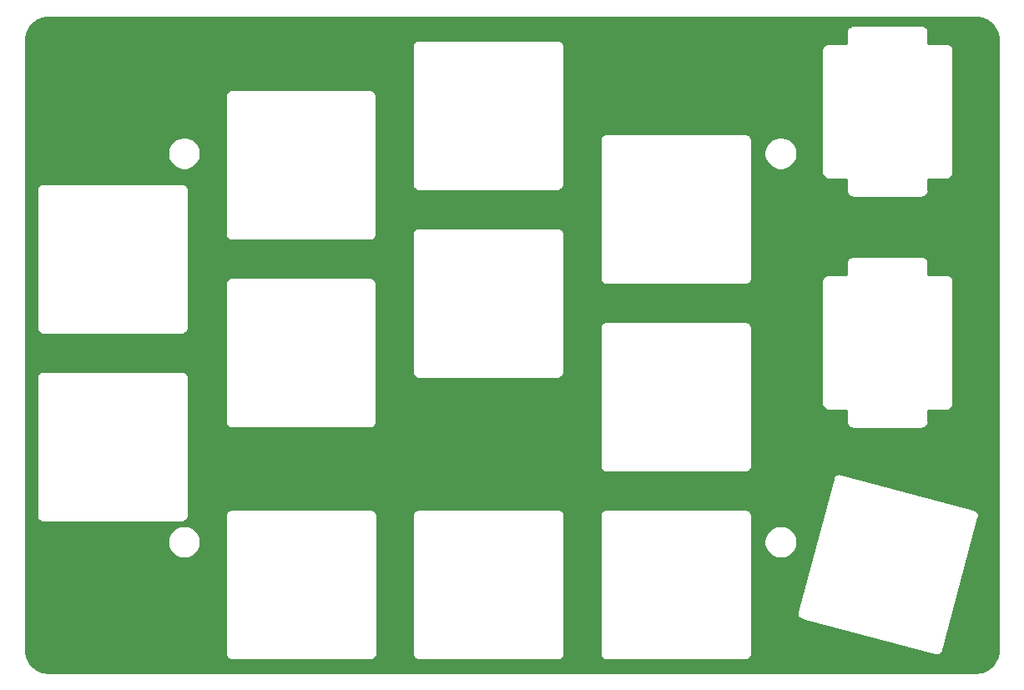
<source format=gbl>
G04 #@! TF.GenerationSoftware,KiCad,Pcbnew,(5.1.4-0-10_14)*
G04 #@! TF.CreationDate,2020-03-30T03:02:05+09:00*
G04 #@! TF.ProjectId,palette1202-front,70616c65-7474-4653-9132-30322d66726f,rev?*
G04 #@! TF.SameCoordinates,Original*
G04 #@! TF.FileFunction,Copper,L2,Bot*
G04 #@! TF.FilePolarity,Positive*
%FSLAX46Y46*%
G04 Gerber Fmt 4.6, Leading zero omitted, Abs format (unit mm)*
G04 Created by KiCad (PCBNEW (5.1.4-0-10_14)) date 2020-03-30 03:02:05*
%MOMM*%
%LPD*%
G04 APERTURE LIST*
%ADD10C,0.254000*%
G04 APERTURE END LIST*
D10*
G36*
X183457128Y-57225268D02*
G01*
X183576153Y-57234320D01*
X183693185Y-57249192D01*
X183808223Y-57269736D01*
X183921142Y-57295800D01*
X184031854Y-57327240D01*
X184140272Y-57363927D01*
X184246253Y-57405716D01*
X184349665Y-57452470D01*
X184450401Y-57504068D01*
X184548286Y-57560353D01*
X184643181Y-57621191D01*
X184734941Y-57686447D01*
X184823371Y-57755942D01*
X184908358Y-57829563D01*
X184989704Y-57907123D01*
X185067270Y-57988484D01*
X185140864Y-58073446D01*
X185210385Y-58161917D01*
X185275631Y-58253674D01*
X185336469Y-58348577D01*
X185392745Y-58446455D01*
X185444346Y-58547210D01*
X185491098Y-58650626D01*
X185532888Y-58756619D01*
X185569577Y-58865056D01*
X185601013Y-58975763D01*
X185627079Y-59088707D01*
X185647621Y-59203742D01*
X185662495Y-59320802D01*
X185671546Y-59439828D01*
X185673994Y-59536655D01*
X185671621Y-59560752D01*
X185674814Y-59593171D01*
X185674815Y-121288489D01*
X185671621Y-121320919D01*
X185673994Y-121345016D01*
X185671546Y-121441842D01*
X185662495Y-121560867D01*
X185647621Y-121677932D01*
X185627079Y-121792964D01*
X185601013Y-121905908D01*
X185569574Y-122016626D01*
X185532893Y-122125038D01*
X185491100Y-122231038D01*
X185444344Y-122334466D01*
X185392748Y-122435211D01*
X185336469Y-122533094D01*
X185275631Y-122627996D01*
X185210385Y-122719753D01*
X185140864Y-122808224D01*
X185067270Y-122893186D01*
X184989704Y-122974547D01*
X184908362Y-123052102D01*
X184823379Y-123125721D01*
X184734941Y-123195222D01*
X184643181Y-123260478D01*
X184548286Y-123321316D01*
X184450401Y-123377601D01*
X184349665Y-123429199D01*
X184246253Y-123475953D01*
X184140274Y-123517741D01*
X184031850Y-123554429D01*
X183921142Y-123585868D01*
X183808223Y-123611932D01*
X183693185Y-123632476D01*
X183576153Y-123647348D01*
X183457128Y-123656400D01*
X183327897Y-123659668D01*
X89343760Y-123659668D01*
X89214528Y-123656400D01*
X89095505Y-123647348D01*
X88978457Y-123632474D01*
X88863452Y-123611935D01*
X88750509Y-123585867D01*
X88639795Y-123554426D01*
X88531393Y-123517745D01*
X88425406Y-123475954D01*
X88321993Y-123429199D01*
X88221255Y-123377602D01*
X88123358Y-123321309D01*
X88028478Y-123260479D01*
X87936725Y-123195230D01*
X87848269Y-123125714D01*
X87763298Y-123052106D01*
X87681941Y-122974536D01*
X87604388Y-122893189D01*
X87530790Y-122808221D01*
X87461279Y-122719764D01*
X87396033Y-122628008D01*
X87335189Y-122533096D01*
X87278907Y-122435207D01*
X87227313Y-122334468D01*
X87180556Y-122231038D01*
X87138764Y-122125040D01*
X87102081Y-122016621D01*
X87070645Y-121905914D01*
X87044579Y-121792973D01*
X87024034Y-121677919D01*
X87009161Y-121560870D01*
X87000111Y-121441854D01*
X86997663Y-121345016D01*
X87000036Y-121320919D01*
X86996843Y-121288500D01*
X86996843Y-110263842D01*
X101388200Y-110263842D01*
X101388200Y-110595758D01*
X101452954Y-110921296D01*
X101579972Y-111227947D01*
X101764375Y-111503925D01*
X101999075Y-111738625D01*
X102275053Y-111923028D01*
X102581704Y-112050046D01*
X102907242Y-112114800D01*
X103239158Y-112114800D01*
X103564696Y-112050046D01*
X103871347Y-111923028D01*
X104147325Y-111738625D01*
X104382025Y-111503925D01*
X104566428Y-111227947D01*
X104693446Y-110921296D01*
X104758200Y-110595758D01*
X104758200Y-110263842D01*
X104693446Y-109938304D01*
X104566428Y-109631653D01*
X104382025Y-109355675D01*
X104147325Y-109120975D01*
X103871347Y-108936572D01*
X103564696Y-108809554D01*
X103239158Y-108744800D01*
X102907242Y-108744800D01*
X102581704Y-108809554D01*
X102275053Y-108936572D01*
X101999075Y-109120975D01*
X101764375Y-109355675D01*
X101579972Y-109631653D01*
X101452954Y-109938304D01*
X101388200Y-110263842D01*
X86996843Y-110263842D01*
X86996843Y-93753570D01*
X88086660Y-93753570D01*
X88089854Y-93785999D01*
X88089853Y-107723555D01*
X88086660Y-107755974D01*
X88099403Y-107885357D01*
X88137143Y-108009767D01*
X88198428Y-108124424D01*
X88227355Y-108159671D01*
X88280905Y-108224922D01*
X88381403Y-108307399D01*
X88496060Y-108368684D01*
X88620470Y-108406424D01*
X88749853Y-108419167D01*
X88782272Y-108415974D01*
X102817913Y-108415974D01*
X102850332Y-108419167D01*
X102882751Y-108415974D01*
X102883107Y-108415939D01*
X102979715Y-108406424D01*
X103104125Y-108368684D01*
X103218782Y-108307399D01*
X103319280Y-108224922D01*
X103401757Y-108124424D01*
X103463042Y-108009767D01*
X103500782Y-107885357D01*
X103510332Y-107788393D01*
X103510332Y-107788392D01*
X103513524Y-107755977D01*
X107263570Y-107755977D01*
X107266764Y-107788406D01*
X107266763Y-121725962D01*
X107263570Y-121758381D01*
X107276313Y-121887764D01*
X107314053Y-122012174D01*
X107375338Y-122126831D01*
X107428283Y-122191344D01*
X107457815Y-122227329D01*
X107558313Y-122309806D01*
X107672970Y-122371091D01*
X107797380Y-122408831D01*
X107926763Y-122421574D01*
X107959182Y-122418381D01*
X121941890Y-122418381D01*
X121974309Y-122421574D01*
X122006728Y-122418381D01*
X122016557Y-122417413D01*
X122103692Y-122408831D01*
X122228102Y-122371091D01*
X122342759Y-122309806D01*
X122443257Y-122227329D01*
X122525734Y-122126831D01*
X122587019Y-122012174D01*
X122624759Y-121887764D01*
X122627603Y-121858887D01*
X122637502Y-121758381D01*
X122634309Y-121725962D01*
X122634309Y-107788392D01*
X122637502Y-107755977D01*
X126235891Y-107755977D01*
X126239085Y-107788406D01*
X126239084Y-121725962D01*
X126235891Y-121758381D01*
X126248634Y-121887764D01*
X126286374Y-122012174D01*
X126347659Y-122126831D01*
X126400604Y-122191344D01*
X126430136Y-122227329D01*
X126530634Y-122309806D01*
X126645291Y-122371091D01*
X126769701Y-122408831D01*
X126899084Y-122421574D01*
X126931503Y-122418381D01*
X140967159Y-122418381D01*
X140999578Y-122421574D01*
X141031997Y-122418381D01*
X141041826Y-122417413D01*
X141128961Y-122408831D01*
X141253371Y-122371091D01*
X141368028Y-122309806D01*
X141468526Y-122227329D01*
X141551003Y-122126831D01*
X141612288Y-122012174D01*
X141650028Y-121887764D01*
X141652872Y-121858887D01*
X141662771Y-121758381D01*
X141659578Y-121725962D01*
X141659578Y-107788392D01*
X141662771Y-107755977D01*
X145236409Y-107755977D01*
X145239603Y-107788406D01*
X145239602Y-121725962D01*
X145236409Y-121758381D01*
X145249152Y-121887764D01*
X145286892Y-122012174D01*
X145348177Y-122126831D01*
X145401122Y-122191344D01*
X145430654Y-122227329D01*
X145531152Y-122309806D01*
X145645809Y-122371091D01*
X145770219Y-122408831D01*
X145899602Y-122421574D01*
X145932021Y-122418381D01*
X159967678Y-122418381D01*
X160000097Y-122421574D01*
X160032516Y-122418381D01*
X160042345Y-122417413D01*
X160129480Y-122408831D01*
X160253890Y-122371091D01*
X160368547Y-122309806D01*
X160469045Y-122227329D01*
X160551522Y-122126831D01*
X160612807Y-122012174D01*
X160650547Y-121887764D01*
X160653391Y-121858887D01*
X160663290Y-121758381D01*
X160660097Y-121725962D01*
X160660097Y-117657123D01*
X165218404Y-117657123D01*
X165222658Y-117700316D01*
X165224077Y-117743677D01*
X165224080Y-117743689D01*
X165224080Y-117743695D01*
X165229015Y-117764859D01*
X165231147Y-117786506D01*
X165243746Y-117828039D01*
X165253597Y-117870290D01*
X165253601Y-117870299D01*
X165253603Y-117870307D01*
X165262574Y-117890107D01*
X165268887Y-117910916D01*
X165289346Y-117949192D01*
X165307251Y-117988711D01*
X165307257Y-117988719D01*
X165307260Y-117988726D01*
X165319920Y-118006393D01*
X165330172Y-118025573D01*
X165357709Y-118059127D01*
X165382977Y-118094389D01*
X165382980Y-118094392D01*
X165382988Y-118094403D01*
X165398857Y-118109265D01*
X165412649Y-118126071D01*
X165446202Y-118153607D01*
X165477864Y-118183263D01*
X165477871Y-118183267D01*
X165477878Y-118183274D01*
X165496337Y-118194752D01*
X165513147Y-118208548D01*
X165551424Y-118229008D01*
X165588266Y-118251918D01*
X165588274Y-118251921D01*
X165588282Y-118251926D01*
X165608628Y-118259584D01*
X165627804Y-118269833D01*
X165669337Y-118282432D01*
X165679454Y-118286240D01*
X165679461Y-118286242D01*
X165709959Y-118297720D01*
X165731404Y-118301260D01*
X165752214Y-118307573D01*
X165763047Y-118308640D01*
X179204056Y-121910349D01*
X179234555Y-121921828D01*
X179256002Y-121925369D01*
X179276811Y-121931681D01*
X179320006Y-121935935D01*
X179362810Y-121943003D01*
X179362819Y-121943003D01*
X179362827Y-121943004D01*
X179412972Y-121941362D01*
X179416961Y-121941231D01*
X179438613Y-121941231D01*
X179449386Y-121940170D01*
X179492749Y-121938751D01*
X179492761Y-121938748D01*
X179492765Y-121938748D01*
X179513929Y-121933813D01*
X179535577Y-121931681D01*
X179577109Y-121919082D01*
X179619361Y-121909231D01*
X179619368Y-121909228D01*
X179619376Y-121909226D01*
X179639179Y-121900253D01*
X179659987Y-121893941D01*
X179698263Y-121873482D01*
X179737782Y-121855577D01*
X179737788Y-121855572D01*
X179737796Y-121855569D01*
X179755465Y-121842908D01*
X179774644Y-121832656D01*
X179808193Y-121805123D01*
X179843461Y-121779851D01*
X179843468Y-121779844D01*
X179843473Y-121779840D01*
X179858333Y-121763974D01*
X179875142Y-121750179D01*
X179902676Y-121716629D01*
X179932334Y-121684964D01*
X179932338Y-121684957D01*
X179932344Y-121684951D01*
X179943822Y-121666493D01*
X179957619Y-121649681D01*
X179978079Y-121611404D01*
X180000989Y-121574562D01*
X180000993Y-121574553D01*
X180000996Y-121574547D01*
X180008653Y-121554202D01*
X180018904Y-121535024D01*
X180031500Y-121493501D01*
X180046787Y-121452887D01*
X180050330Y-121431428D01*
X180056644Y-121410614D01*
X180057712Y-121399774D01*
X183659247Y-107958074D01*
X183670719Y-107927594D01*
X183674262Y-107906136D01*
X183680576Y-107885322D01*
X183684829Y-107842138D01*
X183691899Y-107799321D01*
X183691542Y-107788393D01*
X183691187Y-107777582D01*
X183693319Y-107755939D01*
X183689066Y-107712752D01*
X183687646Y-107669383D01*
X183682708Y-107648204D01*
X183680576Y-107626556D01*
X183667979Y-107585030D01*
X183658126Y-107542770D01*
X183658122Y-107542761D01*
X183658121Y-107542757D01*
X183649149Y-107522955D01*
X183642836Y-107502146D01*
X183622381Y-107463878D01*
X183604472Y-107424350D01*
X183591804Y-107406672D01*
X183581551Y-107387489D01*
X183554023Y-107353946D01*
X183528746Y-107318671D01*
X183512869Y-107303801D01*
X183499074Y-107286991D01*
X183465533Y-107259464D01*
X183433859Y-107229798D01*
X183415389Y-107218312D01*
X183398576Y-107204514D01*
X183360310Y-107184061D01*
X183323457Y-107161143D01*
X183323443Y-107161138D01*
X183323442Y-107161137D01*
X183311701Y-107156718D01*
X183303097Y-107153480D01*
X183283919Y-107143229D01*
X183242399Y-107130634D01*
X183232269Y-107126821D01*
X183232247Y-107126815D01*
X183201765Y-107115343D01*
X183180324Y-107111803D01*
X183159509Y-107105489D01*
X183148681Y-107104423D01*
X169707636Y-103502725D01*
X169677136Y-103491246D01*
X169606574Y-103479597D01*
X169548880Y-103470071D01*
X169548871Y-103470071D01*
X169548863Y-103470070D01*
X169480706Y-103472302D01*
X169418943Y-103474324D01*
X169418936Y-103474326D01*
X169418925Y-103474326D01*
X169353226Y-103489646D01*
X169292330Y-103503843D01*
X169292321Y-103503847D01*
X169292313Y-103503849D01*
X169222942Y-103535282D01*
X169173909Y-103557498D01*
X169173904Y-103557501D01*
X169173894Y-103557506D01*
X169095744Y-103613508D01*
X169068231Y-103633223D01*
X169068228Y-103633226D01*
X169068217Y-103633234D01*
X168979346Y-103728124D01*
X168910694Y-103838528D01*
X168883205Y-103911570D01*
X168864905Y-103960188D01*
X168859597Y-103992337D01*
X165252476Y-117454991D01*
X165241005Y-117485468D01*
X165237463Y-117506919D01*
X165231147Y-117527740D01*
X165226892Y-117570938D01*
X165219825Y-117613740D01*
X165219825Y-117613750D01*
X165219824Y-117613758D01*
X165220536Y-117635481D01*
X165218404Y-117657123D01*
X160660097Y-117657123D01*
X160660097Y-110263842D01*
X161907000Y-110263842D01*
X161907000Y-110595758D01*
X161971754Y-110921296D01*
X162098772Y-111227947D01*
X162283175Y-111503925D01*
X162517875Y-111738625D01*
X162793853Y-111923028D01*
X163100504Y-112050046D01*
X163426042Y-112114800D01*
X163757958Y-112114800D01*
X164083496Y-112050046D01*
X164390147Y-111923028D01*
X164666125Y-111738625D01*
X164900825Y-111503925D01*
X165085228Y-111227947D01*
X165212246Y-110921296D01*
X165277000Y-110595758D01*
X165277000Y-110263842D01*
X165212246Y-109938304D01*
X165085228Y-109631653D01*
X164900825Y-109355675D01*
X164666125Y-109120975D01*
X164390147Y-108936572D01*
X164083496Y-108809554D01*
X163757958Y-108744800D01*
X163426042Y-108744800D01*
X163100504Y-108809554D01*
X162793853Y-108936572D01*
X162517875Y-109120975D01*
X162283175Y-109355675D01*
X162098772Y-109631653D01*
X161971754Y-109938304D01*
X161907000Y-110263842D01*
X160660097Y-110263842D01*
X160660097Y-107788392D01*
X160663290Y-107755977D01*
X160650547Y-107626594D01*
X160612807Y-107502184D01*
X160551522Y-107387527D01*
X160469045Y-107287029D01*
X160368547Y-107204552D01*
X160253890Y-107143267D01*
X160129480Y-107105527D01*
X160032516Y-107095977D01*
X160000097Y-107092784D01*
X159967678Y-107095977D01*
X145932021Y-107095977D01*
X145899602Y-107092784D01*
X145867183Y-107095977D01*
X145770219Y-107105527D01*
X145645809Y-107143267D01*
X145531152Y-107204552D01*
X145430654Y-107287029D01*
X145348177Y-107387527D01*
X145286892Y-107502184D01*
X145249152Y-107626594D01*
X145236409Y-107755977D01*
X141662771Y-107755977D01*
X141650028Y-107626594D01*
X141612288Y-107502184D01*
X141551003Y-107387527D01*
X141468526Y-107287029D01*
X141368028Y-107204552D01*
X141253371Y-107143267D01*
X141128961Y-107105527D01*
X141031997Y-107095977D01*
X140999578Y-107092784D01*
X140967159Y-107095977D01*
X126931503Y-107095977D01*
X126899084Y-107092784D01*
X126866665Y-107095977D01*
X126769701Y-107105527D01*
X126645291Y-107143267D01*
X126530634Y-107204552D01*
X126430136Y-107287029D01*
X126347659Y-107387527D01*
X126286374Y-107502184D01*
X126248634Y-107626594D01*
X126235891Y-107755977D01*
X122637502Y-107755977D01*
X122624759Y-107626594D01*
X122587019Y-107502184D01*
X122525734Y-107387527D01*
X122443257Y-107287029D01*
X122342759Y-107204552D01*
X122228102Y-107143267D01*
X122103692Y-107105527D01*
X122006728Y-107095977D01*
X121974309Y-107092784D01*
X121941890Y-107095977D01*
X107959182Y-107095977D01*
X107926763Y-107092784D01*
X107894344Y-107095977D01*
X107797380Y-107105527D01*
X107672970Y-107143267D01*
X107558313Y-107204552D01*
X107457815Y-107287029D01*
X107375338Y-107387527D01*
X107314053Y-107502184D01*
X107276313Y-107626594D01*
X107263570Y-107755977D01*
X103513524Y-107755977D01*
X103513525Y-107755974D01*
X103510332Y-107723555D01*
X103510332Y-93785989D01*
X103513525Y-93753570D01*
X103500782Y-93624187D01*
X103463042Y-93499777D01*
X103401757Y-93385120D01*
X103319280Y-93284622D01*
X103218782Y-93202145D01*
X103104125Y-93140860D01*
X102979715Y-93103120D01*
X102882751Y-93093570D01*
X102850332Y-93090377D01*
X102817913Y-93093570D01*
X88782272Y-93093570D01*
X88749853Y-93090377D01*
X88717434Y-93093570D01*
X88620470Y-93103120D01*
X88496060Y-93140860D01*
X88381403Y-93202145D01*
X88280905Y-93284622D01*
X88198428Y-93385120D01*
X88137143Y-93499777D01*
X88099403Y-93624187D01*
X88086660Y-93753570D01*
X86996843Y-93753570D01*
X86996843Y-74702682D01*
X88086660Y-74702682D01*
X88089854Y-74735111D01*
X88089853Y-88672667D01*
X88086660Y-88705086D01*
X88099403Y-88834469D01*
X88137143Y-88958879D01*
X88198428Y-89073536D01*
X88280905Y-89174034D01*
X88381403Y-89256511D01*
X88496060Y-89317796D01*
X88620470Y-89355536D01*
X88749853Y-89368279D01*
X88782272Y-89365086D01*
X102817913Y-89365086D01*
X102850332Y-89368279D01*
X102882751Y-89365086D01*
X102979715Y-89355536D01*
X103104125Y-89317796D01*
X103218782Y-89256511D01*
X103319280Y-89174034D01*
X103401757Y-89073536D01*
X103463042Y-88958879D01*
X103500782Y-88834469D01*
X103513525Y-88705086D01*
X103510332Y-88672667D01*
X103510332Y-84228124D01*
X107214162Y-84228124D01*
X107217356Y-84260553D01*
X107217355Y-98198107D01*
X107214162Y-98230526D01*
X107226905Y-98359909D01*
X107264645Y-98484319D01*
X107325930Y-98598976D01*
X107346201Y-98623676D01*
X107408407Y-98699474D01*
X107508905Y-98781951D01*
X107623562Y-98843236D01*
X107747972Y-98880976D01*
X107877355Y-98893719D01*
X107909774Y-98890526D01*
X121892513Y-98890526D01*
X121924932Y-98893719D01*
X121957351Y-98890526D01*
X122054315Y-98880976D01*
X122178725Y-98843236D01*
X122293382Y-98781951D01*
X122393880Y-98699474D01*
X122476357Y-98598976D01*
X122537642Y-98484319D01*
X122575382Y-98359909D01*
X122588125Y-98230526D01*
X122584932Y-98198107D01*
X122584932Y-84260543D01*
X122588125Y-84228124D01*
X122575382Y-84098741D01*
X122537642Y-83974331D01*
X122476357Y-83859674D01*
X122393880Y-83759176D01*
X122293382Y-83676699D01*
X122178725Y-83615414D01*
X122054315Y-83577674D01*
X121957351Y-83568124D01*
X121924932Y-83564931D01*
X121892513Y-83568124D01*
X107909774Y-83568124D01*
X107877355Y-83564931D01*
X107844936Y-83568124D01*
X107747972Y-83577674D01*
X107623562Y-83615414D01*
X107508905Y-83676699D01*
X107408407Y-83759176D01*
X107325930Y-83859674D01*
X107264645Y-83974331D01*
X107226905Y-84098741D01*
X107214162Y-84228124D01*
X103510332Y-84228124D01*
X103510332Y-74735101D01*
X103513525Y-74702682D01*
X103500782Y-74573299D01*
X103463042Y-74448889D01*
X103401757Y-74334232D01*
X103319280Y-74233734D01*
X103218782Y-74151257D01*
X103104125Y-74089972D01*
X102979715Y-74052232D01*
X102882751Y-74042682D01*
X102850332Y-74039489D01*
X102817913Y-74042682D01*
X88782272Y-74042682D01*
X88749853Y-74039489D01*
X88717434Y-74042682D01*
X88620470Y-74052232D01*
X88496060Y-74089972D01*
X88381403Y-74151257D01*
X88280905Y-74233734D01*
X88198428Y-74334232D01*
X88137143Y-74448889D01*
X88099403Y-74573299D01*
X88086660Y-74702682D01*
X86996843Y-74702682D01*
X86996843Y-70827042D01*
X101388200Y-70827042D01*
X101388200Y-71158958D01*
X101452954Y-71484496D01*
X101579972Y-71791147D01*
X101764375Y-72067125D01*
X101999075Y-72301825D01*
X102275053Y-72486228D01*
X102581704Y-72613246D01*
X102907242Y-72678000D01*
X103239158Y-72678000D01*
X103564696Y-72613246D01*
X103871347Y-72486228D01*
X104147325Y-72301825D01*
X104382025Y-72067125D01*
X104566428Y-71791147D01*
X104693446Y-71484496D01*
X104758200Y-71158958D01*
X104758200Y-70827042D01*
X104693446Y-70501504D01*
X104566428Y-70194853D01*
X104382025Y-69918875D01*
X104147325Y-69684175D01*
X103871347Y-69499772D01*
X103564696Y-69372754D01*
X103239158Y-69308000D01*
X102907242Y-69308000D01*
X102581704Y-69372754D01*
X102275053Y-69499772D01*
X101999075Y-69684175D01*
X101764375Y-69918875D01*
X101579972Y-70194853D01*
X101452954Y-70501504D01*
X101388200Y-70827042D01*
X86996843Y-70827042D01*
X86996843Y-65177236D01*
X107214162Y-65177236D01*
X107217356Y-65209665D01*
X107217355Y-79147221D01*
X107214162Y-79179640D01*
X107226905Y-79309023D01*
X107264645Y-79433433D01*
X107325930Y-79548090D01*
X107408407Y-79648588D01*
X107508905Y-79731065D01*
X107623562Y-79792350D01*
X107747972Y-79830090D01*
X107877355Y-79842833D01*
X107909774Y-79839640D01*
X121892513Y-79839640D01*
X121924932Y-79842833D01*
X121957351Y-79839640D01*
X122054315Y-79830090D01*
X122178725Y-79792350D01*
X122293382Y-79731065D01*
X122393880Y-79648588D01*
X122476357Y-79548090D01*
X122537642Y-79433433D01*
X122575382Y-79309023D01*
X122588125Y-79179640D01*
X126186513Y-79179640D01*
X126189707Y-79212069D01*
X126189706Y-93149622D01*
X126186513Y-93182041D01*
X126199256Y-93311424D01*
X126236996Y-93435834D01*
X126298281Y-93550491D01*
X126358762Y-93624187D01*
X126380758Y-93650989D01*
X126481256Y-93733466D01*
X126595913Y-93794751D01*
X126720323Y-93832491D01*
X126849706Y-93845234D01*
X126882125Y-93842041D01*
X140917751Y-93842041D01*
X140950170Y-93845234D01*
X140982589Y-93842041D01*
X141079553Y-93832491D01*
X141203963Y-93794751D01*
X141318620Y-93733466D01*
X141419118Y-93650989D01*
X141501595Y-93550491D01*
X141562880Y-93435834D01*
X141600620Y-93311424D01*
X141613363Y-93182041D01*
X141610170Y-93149622D01*
X141610170Y-88705086D01*
X145236409Y-88705086D01*
X145239603Y-88737515D01*
X145239602Y-102675070D01*
X145236409Y-102707489D01*
X145249152Y-102836872D01*
X145286892Y-102961282D01*
X145348177Y-103075939D01*
X145430654Y-103176437D01*
X145531152Y-103258914D01*
X145645809Y-103320199D01*
X145770219Y-103357939D01*
X145899602Y-103370682D01*
X145932021Y-103367489D01*
X159967678Y-103367489D01*
X160000097Y-103370682D01*
X160032516Y-103367489D01*
X160129480Y-103357939D01*
X160253890Y-103320199D01*
X160368547Y-103258914D01*
X160469045Y-103176437D01*
X160551522Y-103075939D01*
X160612807Y-102961282D01*
X160650547Y-102836872D01*
X160663290Y-102707489D01*
X160660097Y-102675070D01*
X160660097Y-88737504D01*
X160663290Y-88705086D01*
X160650547Y-88575703D01*
X160612807Y-88451293D01*
X160551522Y-88336636D01*
X160469045Y-88236138D01*
X160368547Y-88153661D01*
X160253890Y-88092376D01*
X160129480Y-88054636D01*
X160032516Y-88045086D01*
X160000097Y-88041893D01*
X159967678Y-88045086D01*
X145932021Y-88045086D01*
X145899602Y-88041893D01*
X145867183Y-88045086D01*
X145770219Y-88054636D01*
X145645809Y-88092376D01*
X145531152Y-88153661D01*
X145430654Y-88236138D01*
X145348177Y-88336636D01*
X145286892Y-88451293D01*
X145249152Y-88575703D01*
X145236409Y-88705086D01*
X141610170Y-88705086D01*
X141610170Y-79212058D01*
X141613363Y-79179640D01*
X141600620Y-79050257D01*
X141562880Y-78925847D01*
X141501595Y-78811190D01*
X141419118Y-78710692D01*
X141318620Y-78628215D01*
X141203963Y-78566930D01*
X141079553Y-78529190D01*
X140982589Y-78519640D01*
X140950170Y-78516447D01*
X140917751Y-78519640D01*
X126882125Y-78519640D01*
X126849706Y-78516447D01*
X126817287Y-78519640D01*
X126720323Y-78529190D01*
X126595913Y-78566930D01*
X126481256Y-78628215D01*
X126380758Y-78710692D01*
X126298281Y-78811190D01*
X126236996Y-78925847D01*
X126199256Y-79050257D01*
X126186513Y-79179640D01*
X122588125Y-79179640D01*
X122584932Y-79147221D01*
X122584932Y-65209655D01*
X122588125Y-65177236D01*
X122575382Y-65047853D01*
X122537642Y-64923443D01*
X122476357Y-64808786D01*
X122393880Y-64708288D01*
X122293382Y-64625811D01*
X122178725Y-64564526D01*
X122054315Y-64526786D01*
X121957351Y-64517236D01*
X121924932Y-64514043D01*
X121892513Y-64517236D01*
X107909774Y-64517236D01*
X107877355Y-64514043D01*
X107844936Y-64517236D01*
X107747972Y-64526786D01*
X107623562Y-64564526D01*
X107508905Y-64625811D01*
X107408407Y-64708288D01*
X107325930Y-64808786D01*
X107264645Y-64923443D01*
X107226905Y-65047853D01*
X107214162Y-65177236D01*
X86996843Y-65177236D01*
X86996843Y-60128751D01*
X126186513Y-60128751D01*
X126189707Y-60161180D01*
X126189706Y-74098734D01*
X126186513Y-74131153D01*
X126199256Y-74260536D01*
X126236996Y-74384946D01*
X126298281Y-74499603D01*
X126340626Y-74551200D01*
X126380758Y-74600101D01*
X126481256Y-74682578D01*
X126595913Y-74743863D01*
X126720323Y-74781603D01*
X126849706Y-74794346D01*
X126882125Y-74791153D01*
X140917751Y-74791153D01*
X140950170Y-74794346D01*
X140982589Y-74791153D01*
X141079553Y-74781603D01*
X141203963Y-74743863D01*
X141318620Y-74682578D01*
X141419118Y-74600101D01*
X141501595Y-74499603D01*
X141562880Y-74384946D01*
X141600620Y-74260536D01*
X141613363Y-74131153D01*
X141610170Y-74098734D01*
X141610170Y-69654195D01*
X145236409Y-69654195D01*
X145239603Y-69686624D01*
X145239602Y-83624178D01*
X145236409Y-83656597D01*
X145249152Y-83785980D01*
X145286892Y-83910390D01*
X145348177Y-84025047D01*
X145408657Y-84098742D01*
X145430654Y-84125545D01*
X145531152Y-84208022D01*
X145645809Y-84269307D01*
X145770219Y-84307047D01*
X145899602Y-84319790D01*
X145932021Y-84316597D01*
X159967678Y-84316597D01*
X160000097Y-84319790D01*
X160032516Y-84316597D01*
X160129480Y-84307047D01*
X160253890Y-84269307D01*
X160368547Y-84208022D01*
X160469045Y-84125545D01*
X160551522Y-84025047D01*
X160588174Y-83956474D01*
X167736501Y-83956474D01*
X167739694Y-83988892D01*
X167739695Y-96370628D01*
X167736501Y-96403057D01*
X167749244Y-96532440D01*
X167786984Y-96656850D01*
X167848269Y-96771507D01*
X167930746Y-96872005D01*
X168031244Y-96954482D01*
X168145901Y-97015767D01*
X168270311Y-97053507D01*
X168367275Y-97063057D01*
X168399694Y-97066250D01*
X168432113Y-97063057D01*
X170251898Y-97063057D01*
X170265202Y-98226570D01*
X170262380Y-98255226D01*
X170265944Y-98291410D01*
X170265987Y-98295189D01*
X170269119Y-98323652D01*
X170275123Y-98384609D01*
X170276229Y-98388254D01*
X170276645Y-98392037D01*
X170295083Y-98450408D01*
X170312863Y-98509019D01*
X170314658Y-98512378D01*
X170315805Y-98516008D01*
X170345270Y-98569649D01*
X170374148Y-98623676D01*
X170376565Y-98626622D01*
X170378397Y-98629956D01*
X170417749Y-98676804D01*
X170456625Y-98724174D01*
X170459571Y-98726591D01*
X170462018Y-98729505D01*
X170509734Y-98767760D01*
X170557123Y-98806651D01*
X170560487Y-98808449D01*
X170563453Y-98810827D01*
X170617697Y-98839028D01*
X170671780Y-98867936D01*
X170675429Y-98869043D01*
X170678803Y-98870797D01*
X170737515Y-98887877D01*
X170796190Y-98905676D01*
X170799984Y-98906050D01*
X170803636Y-98907112D01*
X170864577Y-98912411D01*
X170893154Y-98915226D01*
X170896943Y-98915226D01*
X170933155Y-98918375D01*
X170961771Y-98915226D01*
X177892208Y-98915226D01*
X177924627Y-98918419D01*
X177957046Y-98915226D01*
X178054010Y-98905676D01*
X178178420Y-98867936D01*
X178293077Y-98806651D01*
X178393575Y-98724174D01*
X178476052Y-98623676D01*
X178537337Y-98509019D01*
X178575077Y-98384609D01*
X178587820Y-98255226D01*
X178584627Y-98222807D01*
X178584627Y-97063057D01*
X180418117Y-97063057D01*
X180450536Y-97066250D01*
X180482955Y-97063057D01*
X180579919Y-97053507D01*
X180704329Y-97015767D01*
X180818986Y-96954482D01*
X180919484Y-96872005D01*
X181001961Y-96771507D01*
X181063246Y-96656850D01*
X181100986Y-96532440D01*
X181113729Y-96403057D01*
X181110536Y-96370638D01*
X181110536Y-83988892D01*
X181113729Y-83956474D01*
X181100986Y-83827091D01*
X181063246Y-83702681D01*
X181001961Y-83588024D01*
X180919484Y-83487526D01*
X180818986Y-83405049D01*
X180704329Y-83343764D01*
X180579919Y-83306024D01*
X180482955Y-83296474D01*
X180450536Y-83293281D01*
X180418117Y-83296474D01*
X178584627Y-83296474D01*
X178584627Y-82136724D01*
X178587820Y-82104305D01*
X178575077Y-81974922D01*
X178537337Y-81850512D01*
X178476052Y-81735855D01*
X178393575Y-81635357D01*
X178293077Y-81552880D01*
X178178420Y-81491595D01*
X178054010Y-81453855D01*
X177957046Y-81444305D01*
X177924627Y-81441112D01*
X177892208Y-81444305D01*
X170957992Y-81444305D01*
X170925573Y-81441112D01*
X170893154Y-81444305D01*
X170796190Y-81453855D01*
X170671780Y-81491595D01*
X170557123Y-81552880D01*
X170456625Y-81635357D01*
X170374148Y-81735855D01*
X170312863Y-81850512D01*
X170275123Y-81974922D01*
X170262380Y-82104305D01*
X170265573Y-82136725D01*
X170265574Y-83296474D01*
X168432113Y-83296474D01*
X168399694Y-83293281D01*
X168367275Y-83296474D01*
X168270311Y-83306024D01*
X168145901Y-83343764D01*
X168031244Y-83405049D01*
X167930746Y-83487526D01*
X167848269Y-83588024D01*
X167786984Y-83702681D01*
X167749244Y-83827091D01*
X167736501Y-83956474D01*
X160588174Y-83956474D01*
X160612807Y-83910390D01*
X160650547Y-83785980D01*
X160663290Y-83656597D01*
X160660097Y-83624178D01*
X160660097Y-70827042D01*
X161907000Y-70827042D01*
X161907000Y-71158958D01*
X161971754Y-71484496D01*
X162098772Y-71791147D01*
X162283175Y-72067125D01*
X162517875Y-72301825D01*
X162793853Y-72486228D01*
X163100504Y-72613246D01*
X163426042Y-72678000D01*
X163757958Y-72678000D01*
X164083496Y-72613246D01*
X164390147Y-72486228D01*
X164666125Y-72301825D01*
X164900825Y-72067125D01*
X165085228Y-71791147D01*
X165212246Y-71484496D01*
X165277000Y-71158958D01*
X165277000Y-70827042D01*
X165212246Y-70501504D01*
X165085228Y-70194853D01*
X164900825Y-69918875D01*
X164666125Y-69684175D01*
X164390147Y-69499772D01*
X164083496Y-69372754D01*
X163757958Y-69308000D01*
X163426042Y-69308000D01*
X163100504Y-69372754D01*
X162793853Y-69499772D01*
X162517875Y-69684175D01*
X162283175Y-69918875D01*
X162098772Y-70194853D01*
X161971754Y-70501504D01*
X161907000Y-70827042D01*
X160660097Y-70827042D01*
X160660097Y-69686614D01*
X160663290Y-69654195D01*
X160650547Y-69524812D01*
X160612807Y-69400402D01*
X160551522Y-69285745D01*
X160469045Y-69185247D01*
X160368547Y-69102770D01*
X160253890Y-69041485D01*
X160129480Y-69003745D01*
X160032516Y-68994195D01*
X160000097Y-68991002D01*
X159967678Y-68994195D01*
X145932021Y-68994195D01*
X145899602Y-68991002D01*
X145867183Y-68994195D01*
X145770219Y-69003745D01*
X145645809Y-69041485D01*
X145531152Y-69102770D01*
X145430654Y-69185247D01*
X145348177Y-69285745D01*
X145286892Y-69400402D01*
X145249152Y-69524812D01*
X145236409Y-69654195D01*
X141610170Y-69654195D01*
X141610170Y-60506240D01*
X167736501Y-60506240D01*
X167739694Y-60538658D01*
X167739695Y-72923921D01*
X167736501Y-72956350D01*
X167749244Y-73085733D01*
X167786984Y-73210143D01*
X167848269Y-73324800D01*
X167930746Y-73425298D01*
X168031244Y-73507775D01*
X168145901Y-73569060D01*
X168270311Y-73606800D01*
X168367275Y-73616350D01*
X168399694Y-73619543D01*
X168432113Y-73616350D01*
X170251912Y-73616350D01*
X170265202Y-74776343D01*
X170262380Y-74804993D01*
X170265945Y-74841186D01*
X170265988Y-74844970D01*
X170269119Y-74873415D01*
X170275123Y-74934376D01*
X170276231Y-74938028D01*
X170276648Y-74941818D01*
X170295080Y-75000164D01*
X170312863Y-75058786D01*
X170314663Y-75062153D01*
X170315811Y-75065788D01*
X170345251Y-75119381D01*
X170374148Y-75173443D01*
X170376572Y-75176397D01*
X170378406Y-75179735D01*
X170417742Y-75226562D01*
X170456625Y-75273941D01*
X170459575Y-75276362D01*
X170462028Y-75279282D01*
X170509749Y-75317539D01*
X170557123Y-75356418D01*
X170560493Y-75358219D01*
X170563465Y-75360602D01*
X170617704Y-75388799D01*
X170671780Y-75417703D01*
X170675437Y-75418812D01*
X170678816Y-75420569D01*
X170737526Y-75437647D01*
X170796190Y-75455443D01*
X170799990Y-75455817D01*
X170803650Y-75456882D01*
X170864605Y-75462181D01*
X170893154Y-75464993D01*
X170896948Y-75464993D01*
X170933170Y-75468142D01*
X170961777Y-75464993D01*
X177892208Y-75464993D01*
X177924627Y-75468186D01*
X177957046Y-75464993D01*
X178054010Y-75455443D01*
X178178420Y-75417703D01*
X178293077Y-75356418D01*
X178393575Y-75273941D01*
X178476052Y-75173443D01*
X178537337Y-75058786D01*
X178575077Y-74934376D01*
X178587820Y-74804993D01*
X178584627Y-74772574D01*
X178584627Y-73616350D01*
X180418117Y-73616350D01*
X180450536Y-73619543D01*
X180482955Y-73616350D01*
X180579919Y-73606800D01*
X180704329Y-73569060D01*
X180818986Y-73507775D01*
X180919484Y-73425298D01*
X181001961Y-73324800D01*
X181063246Y-73210143D01*
X181100986Y-73085733D01*
X181113729Y-72956350D01*
X181110536Y-72923931D01*
X181110536Y-60538658D01*
X181113729Y-60506240D01*
X181100986Y-60376857D01*
X181063246Y-60252447D01*
X181001961Y-60137790D01*
X180919484Y-60037292D01*
X180818986Y-59954815D01*
X180704329Y-59893530D01*
X180579919Y-59855790D01*
X180450536Y-59843047D01*
X180418117Y-59846240D01*
X178584627Y-59846240D01*
X178584627Y-58686489D01*
X178587820Y-58654070D01*
X178575077Y-58524687D01*
X178537337Y-58400277D01*
X178476052Y-58285620D01*
X178393575Y-58185122D01*
X178293077Y-58102645D01*
X178178420Y-58041360D01*
X178054010Y-58003620D01*
X177957046Y-57994070D01*
X177924627Y-57990877D01*
X177892208Y-57994070D01*
X170957992Y-57994070D01*
X170925573Y-57990877D01*
X170893154Y-57994070D01*
X170796190Y-58003620D01*
X170671780Y-58041360D01*
X170557123Y-58102645D01*
X170456625Y-58185122D01*
X170374148Y-58285620D01*
X170312863Y-58400277D01*
X170275123Y-58524687D01*
X170262380Y-58654070D01*
X170265573Y-58686490D01*
X170265574Y-59846240D01*
X168432113Y-59846240D01*
X168399694Y-59843047D01*
X168270311Y-59855790D01*
X168145901Y-59893530D01*
X168031244Y-59954815D01*
X167930746Y-60037292D01*
X167848269Y-60137790D01*
X167786984Y-60252447D01*
X167749244Y-60376857D01*
X167736501Y-60506240D01*
X141610170Y-60506240D01*
X141610170Y-60161170D01*
X141613363Y-60128751D01*
X141600620Y-59999368D01*
X141562880Y-59874958D01*
X141501595Y-59760301D01*
X141419118Y-59659803D01*
X141318620Y-59577326D01*
X141203963Y-59516041D01*
X141079553Y-59478301D01*
X140982589Y-59468751D01*
X140950170Y-59465558D01*
X140917751Y-59468751D01*
X126882125Y-59468751D01*
X126849706Y-59465558D01*
X126817287Y-59468751D01*
X126720323Y-59478301D01*
X126595913Y-59516041D01*
X126481256Y-59577326D01*
X126380758Y-59659803D01*
X126298281Y-59760301D01*
X126236996Y-59874958D01*
X126199256Y-59999368D01*
X126186513Y-60128751D01*
X86996843Y-60128751D01*
X86996843Y-59593171D01*
X87000036Y-59560752D01*
X86997663Y-59536655D01*
X87000111Y-59439818D01*
X87009161Y-59320797D01*
X87024033Y-59203754D01*
X87044580Y-59088696D01*
X87070645Y-58975757D01*
X87102083Y-58865042D01*
X87138767Y-58756622D01*
X87180558Y-58650626D01*
X87227310Y-58547208D01*
X87278909Y-58446460D01*
X87335189Y-58348574D01*
X87396033Y-58253662D01*
X87461279Y-58161906D01*
X87530790Y-58073449D01*
X87604388Y-57988481D01*
X87681941Y-57907134D01*
X87763294Y-57829568D01*
X87848279Y-57755947D01*
X87936725Y-57686439D01*
X88028478Y-57621190D01*
X88123358Y-57560360D01*
X88221255Y-57504067D01*
X88321993Y-57452470D01*
X88425406Y-57405715D01*
X88531395Y-57363923D01*
X88639791Y-57327243D01*
X88750509Y-57295801D01*
X88863452Y-57269733D01*
X88978457Y-57249194D01*
X89095505Y-57234320D01*
X89214528Y-57225268D01*
X89343760Y-57222000D01*
X183327897Y-57222000D01*
X183457128Y-57225268D01*
X183457128Y-57225268D01*
G37*
X183457128Y-57225268D02*
X183576153Y-57234320D01*
X183693185Y-57249192D01*
X183808223Y-57269736D01*
X183921142Y-57295800D01*
X184031854Y-57327240D01*
X184140272Y-57363927D01*
X184246253Y-57405716D01*
X184349665Y-57452470D01*
X184450401Y-57504068D01*
X184548286Y-57560353D01*
X184643181Y-57621191D01*
X184734941Y-57686447D01*
X184823371Y-57755942D01*
X184908358Y-57829563D01*
X184989704Y-57907123D01*
X185067270Y-57988484D01*
X185140864Y-58073446D01*
X185210385Y-58161917D01*
X185275631Y-58253674D01*
X185336469Y-58348577D01*
X185392745Y-58446455D01*
X185444346Y-58547210D01*
X185491098Y-58650626D01*
X185532888Y-58756619D01*
X185569577Y-58865056D01*
X185601013Y-58975763D01*
X185627079Y-59088707D01*
X185647621Y-59203742D01*
X185662495Y-59320802D01*
X185671546Y-59439828D01*
X185673994Y-59536655D01*
X185671621Y-59560752D01*
X185674814Y-59593171D01*
X185674815Y-121288489D01*
X185671621Y-121320919D01*
X185673994Y-121345016D01*
X185671546Y-121441842D01*
X185662495Y-121560867D01*
X185647621Y-121677932D01*
X185627079Y-121792964D01*
X185601013Y-121905908D01*
X185569574Y-122016626D01*
X185532893Y-122125038D01*
X185491100Y-122231038D01*
X185444344Y-122334466D01*
X185392748Y-122435211D01*
X185336469Y-122533094D01*
X185275631Y-122627996D01*
X185210385Y-122719753D01*
X185140864Y-122808224D01*
X185067270Y-122893186D01*
X184989704Y-122974547D01*
X184908362Y-123052102D01*
X184823379Y-123125721D01*
X184734941Y-123195222D01*
X184643181Y-123260478D01*
X184548286Y-123321316D01*
X184450401Y-123377601D01*
X184349665Y-123429199D01*
X184246253Y-123475953D01*
X184140274Y-123517741D01*
X184031850Y-123554429D01*
X183921142Y-123585868D01*
X183808223Y-123611932D01*
X183693185Y-123632476D01*
X183576153Y-123647348D01*
X183457128Y-123656400D01*
X183327897Y-123659668D01*
X89343760Y-123659668D01*
X89214528Y-123656400D01*
X89095505Y-123647348D01*
X88978457Y-123632474D01*
X88863452Y-123611935D01*
X88750509Y-123585867D01*
X88639795Y-123554426D01*
X88531393Y-123517745D01*
X88425406Y-123475954D01*
X88321993Y-123429199D01*
X88221255Y-123377602D01*
X88123358Y-123321309D01*
X88028478Y-123260479D01*
X87936725Y-123195230D01*
X87848269Y-123125714D01*
X87763298Y-123052106D01*
X87681941Y-122974536D01*
X87604388Y-122893189D01*
X87530790Y-122808221D01*
X87461279Y-122719764D01*
X87396033Y-122628008D01*
X87335189Y-122533096D01*
X87278907Y-122435207D01*
X87227313Y-122334468D01*
X87180556Y-122231038D01*
X87138764Y-122125040D01*
X87102081Y-122016621D01*
X87070645Y-121905914D01*
X87044579Y-121792973D01*
X87024034Y-121677919D01*
X87009161Y-121560870D01*
X87000111Y-121441854D01*
X86997663Y-121345016D01*
X87000036Y-121320919D01*
X86996843Y-121288500D01*
X86996843Y-110263842D01*
X101388200Y-110263842D01*
X101388200Y-110595758D01*
X101452954Y-110921296D01*
X101579972Y-111227947D01*
X101764375Y-111503925D01*
X101999075Y-111738625D01*
X102275053Y-111923028D01*
X102581704Y-112050046D01*
X102907242Y-112114800D01*
X103239158Y-112114800D01*
X103564696Y-112050046D01*
X103871347Y-111923028D01*
X104147325Y-111738625D01*
X104382025Y-111503925D01*
X104566428Y-111227947D01*
X104693446Y-110921296D01*
X104758200Y-110595758D01*
X104758200Y-110263842D01*
X104693446Y-109938304D01*
X104566428Y-109631653D01*
X104382025Y-109355675D01*
X104147325Y-109120975D01*
X103871347Y-108936572D01*
X103564696Y-108809554D01*
X103239158Y-108744800D01*
X102907242Y-108744800D01*
X102581704Y-108809554D01*
X102275053Y-108936572D01*
X101999075Y-109120975D01*
X101764375Y-109355675D01*
X101579972Y-109631653D01*
X101452954Y-109938304D01*
X101388200Y-110263842D01*
X86996843Y-110263842D01*
X86996843Y-93753570D01*
X88086660Y-93753570D01*
X88089854Y-93785999D01*
X88089853Y-107723555D01*
X88086660Y-107755974D01*
X88099403Y-107885357D01*
X88137143Y-108009767D01*
X88198428Y-108124424D01*
X88227355Y-108159671D01*
X88280905Y-108224922D01*
X88381403Y-108307399D01*
X88496060Y-108368684D01*
X88620470Y-108406424D01*
X88749853Y-108419167D01*
X88782272Y-108415974D01*
X102817913Y-108415974D01*
X102850332Y-108419167D01*
X102882751Y-108415974D01*
X102883107Y-108415939D01*
X102979715Y-108406424D01*
X103104125Y-108368684D01*
X103218782Y-108307399D01*
X103319280Y-108224922D01*
X103401757Y-108124424D01*
X103463042Y-108009767D01*
X103500782Y-107885357D01*
X103510332Y-107788393D01*
X103510332Y-107788392D01*
X103513524Y-107755977D01*
X107263570Y-107755977D01*
X107266764Y-107788406D01*
X107266763Y-121725962D01*
X107263570Y-121758381D01*
X107276313Y-121887764D01*
X107314053Y-122012174D01*
X107375338Y-122126831D01*
X107428283Y-122191344D01*
X107457815Y-122227329D01*
X107558313Y-122309806D01*
X107672970Y-122371091D01*
X107797380Y-122408831D01*
X107926763Y-122421574D01*
X107959182Y-122418381D01*
X121941890Y-122418381D01*
X121974309Y-122421574D01*
X122006728Y-122418381D01*
X122016557Y-122417413D01*
X122103692Y-122408831D01*
X122228102Y-122371091D01*
X122342759Y-122309806D01*
X122443257Y-122227329D01*
X122525734Y-122126831D01*
X122587019Y-122012174D01*
X122624759Y-121887764D01*
X122627603Y-121858887D01*
X122637502Y-121758381D01*
X122634309Y-121725962D01*
X122634309Y-107788392D01*
X122637502Y-107755977D01*
X126235891Y-107755977D01*
X126239085Y-107788406D01*
X126239084Y-121725962D01*
X126235891Y-121758381D01*
X126248634Y-121887764D01*
X126286374Y-122012174D01*
X126347659Y-122126831D01*
X126400604Y-122191344D01*
X126430136Y-122227329D01*
X126530634Y-122309806D01*
X126645291Y-122371091D01*
X126769701Y-122408831D01*
X126899084Y-122421574D01*
X126931503Y-122418381D01*
X140967159Y-122418381D01*
X140999578Y-122421574D01*
X141031997Y-122418381D01*
X141041826Y-122417413D01*
X141128961Y-122408831D01*
X141253371Y-122371091D01*
X141368028Y-122309806D01*
X141468526Y-122227329D01*
X141551003Y-122126831D01*
X141612288Y-122012174D01*
X141650028Y-121887764D01*
X141652872Y-121858887D01*
X141662771Y-121758381D01*
X141659578Y-121725962D01*
X141659578Y-107788392D01*
X141662771Y-107755977D01*
X145236409Y-107755977D01*
X145239603Y-107788406D01*
X145239602Y-121725962D01*
X145236409Y-121758381D01*
X145249152Y-121887764D01*
X145286892Y-122012174D01*
X145348177Y-122126831D01*
X145401122Y-122191344D01*
X145430654Y-122227329D01*
X145531152Y-122309806D01*
X145645809Y-122371091D01*
X145770219Y-122408831D01*
X145899602Y-122421574D01*
X145932021Y-122418381D01*
X159967678Y-122418381D01*
X160000097Y-122421574D01*
X160032516Y-122418381D01*
X160042345Y-122417413D01*
X160129480Y-122408831D01*
X160253890Y-122371091D01*
X160368547Y-122309806D01*
X160469045Y-122227329D01*
X160551522Y-122126831D01*
X160612807Y-122012174D01*
X160650547Y-121887764D01*
X160653391Y-121858887D01*
X160663290Y-121758381D01*
X160660097Y-121725962D01*
X160660097Y-117657123D01*
X165218404Y-117657123D01*
X165222658Y-117700316D01*
X165224077Y-117743677D01*
X165224080Y-117743689D01*
X165224080Y-117743695D01*
X165229015Y-117764859D01*
X165231147Y-117786506D01*
X165243746Y-117828039D01*
X165253597Y-117870290D01*
X165253601Y-117870299D01*
X165253603Y-117870307D01*
X165262574Y-117890107D01*
X165268887Y-117910916D01*
X165289346Y-117949192D01*
X165307251Y-117988711D01*
X165307257Y-117988719D01*
X165307260Y-117988726D01*
X165319920Y-118006393D01*
X165330172Y-118025573D01*
X165357709Y-118059127D01*
X165382977Y-118094389D01*
X165382980Y-118094392D01*
X165382988Y-118094403D01*
X165398857Y-118109265D01*
X165412649Y-118126071D01*
X165446202Y-118153607D01*
X165477864Y-118183263D01*
X165477871Y-118183267D01*
X165477878Y-118183274D01*
X165496337Y-118194752D01*
X165513147Y-118208548D01*
X165551424Y-118229008D01*
X165588266Y-118251918D01*
X165588274Y-118251921D01*
X165588282Y-118251926D01*
X165608628Y-118259584D01*
X165627804Y-118269833D01*
X165669337Y-118282432D01*
X165679454Y-118286240D01*
X165679461Y-118286242D01*
X165709959Y-118297720D01*
X165731404Y-118301260D01*
X165752214Y-118307573D01*
X165763047Y-118308640D01*
X179204056Y-121910349D01*
X179234555Y-121921828D01*
X179256002Y-121925369D01*
X179276811Y-121931681D01*
X179320006Y-121935935D01*
X179362810Y-121943003D01*
X179362819Y-121943003D01*
X179362827Y-121943004D01*
X179412972Y-121941362D01*
X179416961Y-121941231D01*
X179438613Y-121941231D01*
X179449386Y-121940170D01*
X179492749Y-121938751D01*
X179492761Y-121938748D01*
X179492765Y-121938748D01*
X179513929Y-121933813D01*
X179535577Y-121931681D01*
X179577109Y-121919082D01*
X179619361Y-121909231D01*
X179619368Y-121909228D01*
X179619376Y-121909226D01*
X179639179Y-121900253D01*
X179659987Y-121893941D01*
X179698263Y-121873482D01*
X179737782Y-121855577D01*
X179737788Y-121855572D01*
X179737796Y-121855569D01*
X179755465Y-121842908D01*
X179774644Y-121832656D01*
X179808193Y-121805123D01*
X179843461Y-121779851D01*
X179843468Y-121779844D01*
X179843473Y-121779840D01*
X179858333Y-121763974D01*
X179875142Y-121750179D01*
X179902676Y-121716629D01*
X179932334Y-121684964D01*
X179932338Y-121684957D01*
X179932344Y-121684951D01*
X179943822Y-121666493D01*
X179957619Y-121649681D01*
X179978079Y-121611404D01*
X180000989Y-121574562D01*
X180000993Y-121574553D01*
X180000996Y-121574547D01*
X180008653Y-121554202D01*
X180018904Y-121535024D01*
X180031500Y-121493501D01*
X180046787Y-121452887D01*
X180050330Y-121431428D01*
X180056644Y-121410614D01*
X180057712Y-121399774D01*
X183659247Y-107958074D01*
X183670719Y-107927594D01*
X183674262Y-107906136D01*
X183680576Y-107885322D01*
X183684829Y-107842138D01*
X183691899Y-107799321D01*
X183691542Y-107788393D01*
X183691187Y-107777582D01*
X183693319Y-107755939D01*
X183689066Y-107712752D01*
X183687646Y-107669383D01*
X183682708Y-107648204D01*
X183680576Y-107626556D01*
X183667979Y-107585030D01*
X183658126Y-107542770D01*
X183658122Y-107542761D01*
X183658121Y-107542757D01*
X183649149Y-107522955D01*
X183642836Y-107502146D01*
X183622381Y-107463878D01*
X183604472Y-107424350D01*
X183591804Y-107406672D01*
X183581551Y-107387489D01*
X183554023Y-107353946D01*
X183528746Y-107318671D01*
X183512869Y-107303801D01*
X183499074Y-107286991D01*
X183465533Y-107259464D01*
X183433859Y-107229798D01*
X183415389Y-107218312D01*
X183398576Y-107204514D01*
X183360310Y-107184061D01*
X183323457Y-107161143D01*
X183323443Y-107161138D01*
X183323442Y-107161137D01*
X183311701Y-107156718D01*
X183303097Y-107153480D01*
X183283919Y-107143229D01*
X183242399Y-107130634D01*
X183232269Y-107126821D01*
X183232247Y-107126815D01*
X183201765Y-107115343D01*
X183180324Y-107111803D01*
X183159509Y-107105489D01*
X183148681Y-107104423D01*
X169707636Y-103502725D01*
X169677136Y-103491246D01*
X169606574Y-103479597D01*
X169548880Y-103470071D01*
X169548871Y-103470071D01*
X169548863Y-103470070D01*
X169480706Y-103472302D01*
X169418943Y-103474324D01*
X169418936Y-103474326D01*
X169418925Y-103474326D01*
X169353226Y-103489646D01*
X169292330Y-103503843D01*
X169292321Y-103503847D01*
X169292313Y-103503849D01*
X169222942Y-103535282D01*
X169173909Y-103557498D01*
X169173904Y-103557501D01*
X169173894Y-103557506D01*
X169095744Y-103613508D01*
X169068231Y-103633223D01*
X169068228Y-103633226D01*
X169068217Y-103633234D01*
X168979346Y-103728124D01*
X168910694Y-103838528D01*
X168883205Y-103911570D01*
X168864905Y-103960188D01*
X168859597Y-103992337D01*
X165252476Y-117454991D01*
X165241005Y-117485468D01*
X165237463Y-117506919D01*
X165231147Y-117527740D01*
X165226892Y-117570938D01*
X165219825Y-117613740D01*
X165219825Y-117613750D01*
X165219824Y-117613758D01*
X165220536Y-117635481D01*
X165218404Y-117657123D01*
X160660097Y-117657123D01*
X160660097Y-110263842D01*
X161907000Y-110263842D01*
X161907000Y-110595758D01*
X161971754Y-110921296D01*
X162098772Y-111227947D01*
X162283175Y-111503925D01*
X162517875Y-111738625D01*
X162793853Y-111923028D01*
X163100504Y-112050046D01*
X163426042Y-112114800D01*
X163757958Y-112114800D01*
X164083496Y-112050046D01*
X164390147Y-111923028D01*
X164666125Y-111738625D01*
X164900825Y-111503925D01*
X165085228Y-111227947D01*
X165212246Y-110921296D01*
X165277000Y-110595758D01*
X165277000Y-110263842D01*
X165212246Y-109938304D01*
X165085228Y-109631653D01*
X164900825Y-109355675D01*
X164666125Y-109120975D01*
X164390147Y-108936572D01*
X164083496Y-108809554D01*
X163757958Y-108744800D01*
X163426042Y-108744800D01*
X163100504Y-108809554D01*
X162793853Y-108936572D01*
X162517875Y-109120975D01*
X162283175Y-109355675D01*
X162098772Y-109631653D01*
X161971754Y-109938304D01*
X161907000Y-110263842D01*
X160660097Y-110263842D01*
X160660097Y-107788392D01*
X160663290Y-107755977D01*
X160650547Y-107626594D01*
X160612807Y-107502184D01*
X160551522Y-107387527D01*
X160469045Y-107287029D01*
X160368547Y-107204552D01*
X160253890Y-107143267D01*
X160129480Y-107105527D01*
X160032516Y-107095977D01*
X160000097Y-107092784D01*
X159967678Y-107095977D01*
X145932021Y-107095977D01*
X145899602Y-107092784D01*
X145867183Y-107095977D01*
X145770219Y-107105527D01*
X145645809Y-107143267D01*
X145531152Y-107204552D01*
X145430654Y-107287029D01*
X145348177Y-107387527D01*
X145286892Y-107502184D01*
X145249152Y-107626594D01*
X145236409Y-107755977D01*
X141662771Y-107755977D01*
X141650028Y-107626594D01*
X141612288Y-107502184D01*
X141551003Y-107387527D01*
X141468526Y-107287029D01*
X141368028Y-107204552D01*
X141253371Y-107143267D01*
X141128961Y-107105527D01*
X141031997Y-107095977D01*
X140999578Y-107092784D01*
X140967159Y-107095977D01*
X126931503Y-107095977D01*
X126899084Y-107092784D01*
X126866665Y-107095977D01*
X126769701Y-107105527D01*
X126645291Y-107143267D01*
X126530634Y-107204552D01*
X126430136Y-107287029D01*
X126347659Y-107387527D01*
X126286374Y-107502184D01*
X126248634Y-107626594D01*
X126235891Y-107755977D01*
X122637502Y-107755977D01*
X122624759Y-107626594D01*
X122587019Y-107502184D01*
X122525734Y-107387527D01*
X122443257Y-107287029D01*
X122342759Y-107204552D01*
X122228102Y-107143267D01*
X122103692Y-107105527D01*
X122006728Y-107095977D01*
X121974309Y-107092784D01*
X121941890Y-107095977D01*
X107959182Y-107095977D01*
X107926763Y-107092784D01*
X107894344Y-107095977D01*
X107797380Y-107105527D01*
X107672970Y-107143267D01*
X107558313Y-107204552D01*
X107457815Y-107287029D01*
X107375338Y-107387527D01*
X107314053Y-107502184D01*
X107276313Y-107626594D01*
X107263570Y-107755977D01*
X103513524Y-107755977D01*
X103513525Y-107755974D01*
X103510332Y-107723555D01*
X103510332Y-93785989D01*
X103513525Y-93753570D01*
X103500782Y-93624187D01*
X103463042Y-93499777D01*
X103401757Y-93385120D01*
X103319280Y-93284622D01*
X103218782Y-93202145D01*
X103104125Y-93140860D01*
X102979715Y-93103120D01*
X102882751Y-93093570D01*
X102850332Y-93090377D01*
X102817913Y-93093570D01*
X88782272Y-93093570D01*
X88749853Y-93090377D01*
X88717434Y-93093570D01*
X88620470Y-93103120D01*
X88496060Y-93140860D01*
X88381403Y-93202145D01*
X88280905Y-93284622D01*
X88198428Y-93385120D01*
X88137143Y-93499777D01*
X88099403Y-93624187D01*
X88086660Y-93753570D01*
X86996843Y-93753570D01*
X86996843Y-74702682D01*
X88086660Y-74702682D01*
X88089854Y-74735111D01*
X88089853Y-88672667D01*
X88086660Y-88705086D01*
X88099403Y-88834469D01*
X88137143Y-88958879D01*
X88198428Y-89073536D01*
X88280905Y-89174034D01*
X88381403Y-89256511D01*
X88496060Y-89317796D01*
X88620470Y-89355536D01*
X88749853Y-89368279D01*
X88782272Y-89365086D01*
X102817913Y-89365086D01*
X102850332Y-89368279D01*
X102882751Y-89365086D01*
X102979715Y-89355536D01*
X103104125Y-89317796D01*
X103218782Y-89256511D01*
X103319280Y-89174034D01*
X103401757Y-89073536D01*
X103463042Y-88958879D01*
X103500782Y-88834469D01*
X103513525Y-88705086D01*
X103510332Y-88672667D01*
X103510332Y-84228124D01*
X107214162Y-84228124D01*
X107217356Y-84260553D01*
X107217355Y-98198107D01*
X107214162Y-98230526D01*
X107226905Y-98359909D01*
X107264645Y-98484319D01*
X107325930Y-98598976D01*
X107346201Y-98623676D01*
X107408407Y-98699474D01*
X107508905Y-98781951D01*
X107623562Y-98843236D01*
X107747972Y-98880976D01*
X107877355Y-98893719D01*
X107909774Y-98890526D01*
X121892513Y-98890526D01*
X121924932Y-98893719D01*
X121957351Y-98890526D01*
X122054315Y-98880976D01*
X122178725Y-98843236D01*
X122293382Y-98781951D01*
X122393880Y-98699474D01*
X122476357Y-98598976D01*
X122537642Y-98484319D01*
X122575382Y-98359909D01*
X122588125Y-98230526D01*
X122584932Y-98198107D01*
X122584932Y-84260543D01*
X122588125Y-84228124D01*
X122575382Y-84098741D01*
X122537642Y-83974331D01*
X122476357Y-83859674D01*
X122393880Y-83759176D01*
X122293382Y-83676699D01*
X122178725Y-83615414D01*
X122054315Y-83577674D01*
X121957351Y-83568124D01*
X121924932Y-83564931D01*
X121892513Y-83568124D01*
X107909774Y-83568124D01*
X107877355Y-83564931D01*
X107844936Y-83568124D01*
X107747972Y-83577674D01*
X107623562Y-83615414D01*
X107508905Y-83676699D01*
X107408407Y-83759176D01*
X107325930Y-83859674D01*
X107264645Y-83974331D01*
X107226905Y-84098741D01*
X107214162Y-84228124D01*
X103510332Y-84228124D01*
X103510332Y-74735101D01*
X103513525Y-74702682D01*
X103500782Y-74573299D01*
X103463042Y-74448889D01*
X103401757Y-74334232D01*
X103319280Y-74233734D01*
X103218782Y-74151257D01*
X103104125Y-74089972D01*
X102979715Y-74052232D01*
X102882751Y-74042682D01*
X102850332Y-74039489D01*
X102817913Y-74042682D01*
X88782272Y-74042682D01*
X88749853Y-74039489D01*
X88717434Y-74042682D01*
X88620470Y-74052232D01*
X88496060Y-74089972D01*
X88381403Y-74151257D01*
X88280905Y-74233734D01*
X88198428Y-74334232D01*
X88137143Y-74448889D01*
X88099403Y-74573299D01*
X88086660Y-74702682D01*
X86996843Y-74702682D01*
X86996843Y-70827042D01*
X101388200Y-70827042D01*
X101388200Y-71158958D01*
X101452954Y-71484496D01*
X101579972Y-71791147D01*
X101764375Y-72067125D01*
X101999075Y-72301825D01*
X102275053Y-72486228D01*
X102581704Y-72613246D01*
X102907242Y-72678000D01*
X103239158Y-72678000D01*
X103564696Y-72613246D01*
X103871347Y-72486228D01*
X104147325Y-72301825D01*
X104382025Y-72067125D01*
X104566428Y-71791147D01*
X104693446Y-71484496D01*
X104758200Y-71158958D01*
X104758200Y-70827042D01*
X104693446Y-70501504D01*
X104566428Y-70194853D01*
X104382025Y-69918875D01*
X104147325Y-69684175D01*
X103871347Y-69499772D01*
X103564696Y-69372754D01*
X103239158Y-69308000D01*
X102907242Y-69308000D01*
X102581704Y-69372754D01*
X102275053Y-69499772D01*
X101999075Y-69684175D01*
X101764375Y-69918875D01*
X101579972Y-70194853D01*
X101452954Y-70501504D01*
X101388200Y-70827042D01*
X86996843Y-70827042D01*
X86996843Y-65177236D01*
X107214162Y-65177236D01*
X107217356Y-65209665D01*
X107217355Y-79147221D01*
X107214162Y-79179640D01*
X107226905Y-79309023D01*
X107264645Y-79433433D01*
X107325930Y-79548090D01*
X107408407Y-79648588D01*
X107508905Y-79731065D01*
X107623562Y-79792350D01*
X107747972Y-79830090D01*
X107877355Y-79842833D01*
X107909774Y-79839640D01*
X121892513Y-79839640D01*
X121924932Y-79842833D01*
X121957351Y-79839640D01*
X122054315Y-79830090D01*
X122178725Y-79792350D01*
X122293382Y-79731065D01*
X122393880Y-79648588D01*
X122476357Y-79548090D01*
X122537642Y-79433433D01*
X122575382Y-79309023D01*
X122588125Y-79179640D01*
X126186513Y-79179640D01*
X126189707Y-79212069D01*
X126189706Y-93149622D01*
X126186513Y-93182041D01*
X126199256Y-93311424D01*
X126236996Y-93435834D01*
X126298281Y-93550491D01*
X126358762Y-93624187D01*
X126380758Y-93650989D01*
X126481256Y-93733466D01*
X126595913Y-93794751D01*
X126720323Y-93832491D01*
X126849706Y-93845234D01*
X126882125Y-93842041D01*
X140917751Y-93842041D01*
X140950170Y-93845234D01*
X140982589Y-93842041D01*
X141079553Y-93832491D01*
X141203963Y-93794751D01*
X141318620Y-93733466D01*
X141419118Y-93650989D01*
X141501595Y-93550491D01*
X141562880Y-93435834D01*
X141600620Y-93311424D01*
X141613363Y-93182041D01*
X141610170Y-93149622D01*
X141610170Y-88705086D01*
X145236409Y-88705086D01*
X145239603Y-88737515D01*
X145239602Y-102675070D01*
X145236409Y-102707489D01*
X145249152Y-102836872D01*
X145286892Y-102961282D01*
X145348177Y-103075939D01*
X145430654Y-103176437D01*
X145531152Y-103258914D01*
X145645809Y-103320199D01*
X145770219Y-103357939D01*
X145899602Y-103370682D01*
X145932021Y-103367489D01*
X159967678Y-103367489D01*
X160000097Y-103370682D01*
X160032516Y-103367489D01*
X160129480Y-103357939D01*
X160253890Y-103320199D01*
X160368547Y-103258914D01*
X160469045Y-103176437D01*
X160551522Y-103075939D01*
X160612807Y-102961282D01*
X160650547Y-102836872D01*
X160663290Y-102707489D01*
X160660097Y-102675070D01*
X160660097Y-88737504D01*
X160663290Y-88705086D01*
X160650547Y-88575703D01*
X160612807Y-88451293D01*
X160551522Y-88336636D01*
X160469045Y-88236138D01*
X160368547Y-88153661D01*
X160253890Y-88092376D01*
X160129480Y-88054636D01*
X160032516Y-88045086D01*
X160000097Y-88041893D01*
X159967678Y-88045086D01*
X145932021Y-88045086D01*
X145899602Y-88041893D01*
X145867183Y-88045086D01*
X145770219Y-88054636D01*
X145645809Y-88092376D01*
X145531152Y-88153661D01*
X145430654Y-88236138D01*
X145348177Y-88336636D01*
X145286892Y-88451293D01*
X145249152Y-88575703D01*
X145236409Y-88705086D01*
X141610170Y-88705086D01*
X141610170Y-79212058D01*
X141613363Y-79179640D01*
X141600620Y-79050257D01*
X141562880Y-78925847D01*
X141501595Y-78811190D01*
X141419118Y-78710692D01*
X141318620Y-78628215D01*
X141203963Y-78566930D01*
X141079553Y-78529190D01*
X140982589Y-78519640D01*
X140950170Y-78516447D01*
X140917751Y-78519640D01*
X126882125Y-78519640D01*
X126849706Y-78516447D01*
X126817287Y-78519640D01*
X126720323Y-78529190D01*
X126595913Y-78566930D01*
X126481256Y-78628215D01*
X126380758Y-78710692D01*
X126298281Y-78811190D01*
X126236996Y-78925847D01*
X126199256Y-79050257D01*
X126186513Y-79179640D01*
X122588125Y-79179640D01*
X122584932Y-79147221D01*
X122584932Y-65209655D01*
X122588125Y-65177236D01*
X122575382Y-65047853D01*
X122537642Y-64923443D01*
X122476357Y-64808786D01*
X122393880Y-64708288D01*
X122293382Y-64625811D01*
X122178725Y-64564526D01*
X122054315Y-64526786D01*
X121957351Y-64517236D01*
X121924932Y-64514043D01*
X121892513Y-64517236D01*
X107909774Y-64517236D01*
X107877355Y-64514043D01*
X107844936Y-64517236D01*
X107747972Y-64526786D01*
X107623562Y-64564526D01*
X107508905Y-64625811D01*
X107408407Y-64708288D01*
X107325930Y-64808786D01*
X107264645Y-64923443D01*
X107226905Y-65047853D01*
X107214162Y-65177236D01*
X86996843Y-65177236D01*
X86996843Y-60128751D01*
X126186513Y-60128751D01*
X126189707Y-60161180D01*
X126189706Y-74098734D01*
X126186513Y-74131153D01*
X126199256Y-74260536D01*
X126236996Y-74384946D01*
X126298281Y-74499603D01*
X126340626Y-74551200D01*
X126380758Y-74600101D01*
X126481256Y-74682578D01*
X126595913Y-74743863D01*
X126720323Y-74781603D01*
X126849706Y-74794346D01*
X126882125Y-74791153D01*
X140917751Y-74791153D01*
X140950170Y-74794346D01*
X140982589Y-74791153D01*
X141079553Y-74781603D01*
X141203963Y-74743863D01*
X141318620Y-74682578D01*
X141419118Y-74600101D01*
X141501595Y-74499603D01*
X141562880Y-74384946D01*
X141600620Y-74260536D01*
X141613363Y-74131153D01*
X141610170Y-74098734D01*
X141610170Y-69654195D01*
X145236409Y-69654195D01*
X145239603Y-69686624D01*
X145239602Y-83624178D01*
X145236409Y-83656597D01*
X145249152Y-83785980D01*
X145286892Y-83910390D01*
X145348177Y-84025047D01*
X145408657Y-84098742D01*
X145430654Y-84125545D01*
X145531152Y-84208022D01*
X145645809Y-84269307D01*
X145770219Y-84307047D01*
X145899602Y-84319790D01*
X145932021Y-84316597D01*
X159967678Y-84316597D01*
X160000097Y-84319790D01*
X160032516Y-84316597D01*
X160129480Y-84307047D01*
X160253890Y-84269307D01*
X160368547Y-84208022D01*
X160469045Y-84125545D01*
X160551522Y-84025047D01*
X160588174Y-83956474D01*
X167736501Y-83956474D01*
X167739694Y-83988892D01*
X167739695Y-96370628D01*
X167736501Y-96403057D01*
X167749244Y-96532440D01*
X167786984Y-96656850D01*
X167848269Y-96771507D01*
X167930746Y-96872005D01*
X168031244Y-96954482D01*
X168145901Y-97015767D01*
X168270311Y-97053507D01*
X168367275Y-97063057D01*
X168399694Y-97066250D01*
X168432113Y-97063057D01*
X170251898Y-97063057D01*
X170265202Y-98226570D01*
X170262380Y-98255226D01*
X170265944Y-98291410D01*
X170265987Y-98295189D01*
X170269119Y-98323652D01*
X170275123Y-98384609D01*
X170276229Y-98388254D01*
X170276645Y-98392037D01*
X170295083Y-98450408D01*
X170312863Y-98509019D01*
X170314658Y-98512378D01*
X170315805Y-98516008D01*
X170345270Y-98569649D01*
X170374148Y-98623676D01*
X170376565Y-98626622D01*
X170378397Y-98629956D01*
X170417749Y-98676804D01*
X170456625Y-98724174D01*
X170459571Y-98726591D01*
X170462018Y-98729505D01*
X170509734Y-98767760D01*
X170557123Y-98806651D01*
X170560487Y-98808449D01*
X170563453Y-98810827D01*
X170617697Y-98839028D01*
X170671780Y-98867936D01*
X170675429Y-98869043D01*
X170678803Y-98870797D01*
X170737515Y-98887877D01*
X170796190Y-98905676D01*
X170799984Y-98906050D01*
X170803636Y-98907112D01*
X170864577Y-98912411D01*
X170893154Y-98915226D01*
X170896943Y-98915226D01*
X170933155Y-98918375D01*
X170961771Y-98915226D01*
X177892208Y-98915226D01*
X177924627Y-98918419D01*
X177957046Y-98915226D01*
X178054010Y-98905676D01*
X178178420Y-98867936D01*
X178293077Y-98806651D01*
X178393575Y-98724174D01*
X178476052Y-98623676D01*
X178537337Y-98509019D01*
X178575077Y-98384609D01*
X178587820Y-98255226D01*
X178584627Y-98222807D01*
X178584627Y-97063057D01*
X180418117Y-97063057D01*
X180450536Y-97066250D01*
X180482955Y-97063057D01*
X180579919Y-97053507D01*
X180704329Y-97015767D01*
X180818986Y-96954482D01*
X180919484Y-96872005D01*
X181001961Y-96771507D01*
X181063246Y-96656850D01*
X181100986Y-96532440D01*
X181113729Y-96403057D01*
X181110536Y-96370638D01*
X181110536Y-83988892D01*
X181113729Y-83956474D01*
X181100986Y-83827091D01*
X181063246Y-83702681D01*
X181001961Y-83588024D01*
X180919484Y-83487526D01*
X180818986Y-83405049D01*
X180704329Y-83343764D01*
X180579919Y-83306024D01*
X180482955Y-83296474D01*
X180450536Y-83293281D01*
X180418117Y-83296474D01*
X178584627Y-83296474D01*
X178584627Y-82136724D01*
X178587820Y-82104305D01*
X178575077Y-81974922D01*
X178537337Y-81850512D01*
X178476052Y-81735855D01*
X178393575Y-81635357D01*
X178293077Y-81552880D01*
X178178420Y-81491595D01*
X178054010Y-81453855D01*
X177957046Y-81444305D01*
X177924627Y-81441112D01*
X177892208Y-81444305D01*
X170957992Y-81444305D01*
X170925573Y-81441112D01*
X170893154Y-81444305D01*
X170796190Y-81453855D01*
X170671780Y-81491595D01*
X170557123Y-81552880D01*
X170456625Y-81635357D01*
X170374148Y-81735855D01*
X170312863Y-81850512D01*
X170275123Y-81974922D01*
X170262380Y-82104305D01*
X170265573Y-82136725D01*
X170265574Y-83296474D01*
X168432113Y-83296474D01*
X168399694Y-83293281D01*
X168367275Y-83296474D01*
X168270311Y-83306024D01*
X168145901Y-83343764D01*
X168031244Y-83405049D01*
X167930746Y-83487526D01*
X167848269Y-83588024D01*
X167786984Y-83702681D01*
X167749244Y-83827091D01*
X167736501Y-83956474D01*
X160588174Y-83956474D01*
X160612807Y-83910390D01*
X160650547Y-83785980D01*
X160663290Y-83656597D01*
X160660097Y-83624178D01*
X160660097Y-70827042D01*
X161907000Y-70827042D01*
X161907000Y-71158958D01*
X161971754Y-71484496D01*
X162098772Y-71791147D01*
X162283175Y-72067125D01*
X162517875Y-72301825D01*
X162793853Y-72486228D01*
X163100504Y-72613246D01*
X163426042Y-72678000D01*
X163757958Y-72678000D01*
X164083496Y-72613246D01*
X164390147Y-72486228D01*
X164666125Y-72301825D01*
X164900825Y-72067125D01*
X165085228Y-71791147D01*
X165212246Y-71484496D01*
X165277000Y-71158958D01*
X165277000Y-70827042D01*
X165212246Y-70501504D01*
X165085228Y-70194853D01*
X164900825Y-69918875D01*
X164666125Y-69684175D01*
X164390147Y-69499772D01*
X164083496Y-69372754D01*
X163757958Y-69308000D01*
X163426042Y-69308000D01*
X163100504Y-69372754D01*
X162793853Y-69499772D01*
X162517875Y-69684175D01*
X162283175Y-69918875D01*
X162098772Y-70194853D01*
X161971754Y-70501504D01*
X161907000Y-70827042D01*
X160660097Y-70827042D01*
X160660097Y-69686614D01*
X160663290Y-69654195D01*
X160650547Y-69524812D01*
X160612807Y-69400402D01*
X160551522Y-69285745D01*
X160469045Y-69185247D01*
X160368547Y-69102770D01*
X160253890Y-69041485D01*
X160129480Y-69003745D01*
X160032516Y-68994195D01*
X160000097Y-68991002D01*
X159967678Y-68994195D01*
X145932021Y-68994195D01*
X145899602Y-68991002D01*
X145867183Y-68994195D01*
X145770219Y-69003745D01*
X145645809Y-69041485D01*
X145531152Y-69102770D01*
X145430654Y-69185247D01*
X145348177Y-69285745D01*
X145286892Y-69400402D01*
X145249152Y-69524812D01*
X145236409Y-69654195D01*
X141610170Y-69654195D01*
X141610170Y-60506240D01*
X167736501Y-60506240D01*
X167739694Y-60538658D01*
X167739695Y-72923921D01*
X167736501Y-72956350D01*
X167749244Y-73085733D01*
X167786984Y-73210143D01*
X167848269Y-73324800D01*
X167930746Y-73425298D01*
X168031244Y-73507775D01*
X168145901Y-73569060D01*
X168270311Y-73606800D01*
X168367275Y-73616350D01*
X168399694Y-73619543D01*
X168432113Y-73616350D01*
X170251912Y-73616350D01*
X170265202Y-74776343D01*
X170262380Y-74804993D01*
X170265945Y-74841186D01*
X170265988Y-74844970D01*
X170269119Y-74873415D01*
X170275123Y-74934376D01*
X170276231Y-74938028D01*
X170276648Y-74941818D01*
X170295080Y-75000164D01*
X170312863Y-75058786D01*
X170314663Y-75062153D01*
X170315811Y-75065788D01*
X170345251Y-75119381D01*
X170374148Y-75173443D01*
X170376572Y-75176397D01*
X170378406Y-75179735D01*
X170417742Y-75226562D01*
X170456625Y-75273941D01*
X170459575Y-75276362D01*
X170462028Y-75279282D01*
X170509749Y-75317539D01*
X170557123Y-75356418D01*
X170560493Y-75358219D01*
X170563465Y-75360602D01*
X170617704Y-75388799D01*
X170671780Y-75417703D01*
X170675437Y-75418812D01*
X170678816Y-75420569D01*
X170737526Y-75437647D01*
X170796190Y-75455443D01*
X170799990Y-75455817D01*
X170803650Y-75456882D01*
X170864605Y-75462181D01*
X170893154Y-75464993D01*
X170896948Y-75464993D01*
X170933170Y-75468142D01*
X170961777Y-75464993D01*
X177892208Y-75464993D01*
X177924627Y-75468186D01*
X177957046Y-75464993D01*
X178054010Y-75455443D01*
X178178420Y-75417703D01*
X178293077Y-75356418D01*
X178393575Y-75273941D01*
X178476052Y-75173443D01*
X178537337Y-75058786D01*
X178575077Y-74934376D01*
X178587820Y-74804993D01*
X178584627Y-74772574D01*
X178584627Y-73616350D01*
X180418117Y-73616350D01*
X180450536Y-73619543D01*
X180482955Y-73616350D01*
X180579919Y-73606800D01*
X180704329Y-73569060D01*
X180818986Y-73507775D01*
X180919484Y-73425298D01*
X181001961Y-73324800D01*
X181063246Y-73210143D01*
X181100986Y-73085733D01*
X181113729Y-72956350D01*
X181110536Y-72923931D01*
X181110536Y-60538658D01*
X181113729Y-60506240D01*
X181100986Y-60376857D01*
X181063246Y-60252447D01*
X181001961Y-60137790D01*
X180919484Y-60037292D01*
X180818986Y-59954815D01*
X180704329Y-59893530D01*
X180579919Y-59855790D01*
X180450536Y-59843047D01*
X180418117Y-59846240D01*
X178584627Y-59846240D01*
X178584627Y-58686489D01*
X178587820Y-58654070D01*
X178575077Y-58524687D01*
X178537337Y-58400277D01*
X178476052Y-58285620D01*
X178393575Y-58185122D01*
X178293077Y-58102645D01*
X178178420Y-58041360D01*
X178054010Y-58003620D01*
X177957046Y-57994070D01*
X177924627Y-57990877D01*
X177892208Y-57994070D01*
X170957992Y-57994070D01*
X170925573Y-57990877D01*
X170893154Y-57994070D01*
X170796190Y-58003620D01*
X170671780Y-58041360D01*
X170557123Y-58102645D01*
X170456625Y-58185122D01*
X170374148Y-58285620D01*
X170312863Y-58400277D01*
X170275123Y-58524687D01*
X170262380Y-58654070D01*
X170265573Y-58686490D01*
X170265574Y-59846240D01*
X168432113Y-59846240D01*
X168399694Y-59843047D01*
X168270311Y-59855790D01*
X168145901Y-59893530D01*
X168031244Y-59954815D01*
X167930746Y-60037292D01*
X167848269Y-60137790D01*
X167786984Y-60252447D01*
X167749244Y-60376857D01*
X167736501Y-60506240D01*
X141610170Y-60506240D01*
X141610170Y-60161170D01*
X141613363Y-60128751D01*
X141600620Y-59999368D01*
X141562880Y-59874958D01*
X141501595Y-59760301D01*
X141419118Y-59659803D01*
X141318620Y-59577326D01*
X141203963Y-59516041D01*
X141079553Y-59478301D01*
X140982589Y-59468751D01*
X140950170Y-59465558D01*
X140917751Y-59468751D01*
X126882125Y-59468751D01*
X126849706Y-59465558D01*
X126817287Y-59468751D01*
X126720323Y-59478301D01*
X126595913Y-59516041D01*
X126481256Y-59577326D01*
X126380758Y-59659803D01*
X126298281Y-59760301D01*
X126236996Y-59874958D01*
X126199256Y-59999368D01*
X126186513Y-60128751D01*
X86996843Y-60128751D01*
X86996843Y-59593171D01*
X87000036Y-59560752D01*
X86997663Y-59536655D01*
X87000111Y-59439818D01*
X87009161Y-59320797D01*
X87024033Y-59203754D01*
X87044580Y-59088696D01*
X87070645Y-58975757D01*
X87102083Y-58865042D01*
X87138767Y-58756622D01*
X87180558Y-58650626D01*
X87227310Y-58547208D01*
X87278909Y-58446460D01*
X87335189Y-58348574D01*
X87396033Y-58253662D01*
X87461279Y-58161906D01*
X87530790Y-58073449D01*
X87604388Y-57988481D01*
X87681941Y-57907134D01*
X87763294Y-57829568D01*
X87848279Y-57755947D01*
X87936725Y-57686439D01*
X88028478Y-57621190D01*
X88123358Y-57560360D01*
X88221255Y-57504067D01*
X88321993Y-57452470D01*
X88425406Y-57405715D01*
X88531395Y-57363923D01*
X88639791Y-57327243D01*
X88750509Y-57295801D01*
X88863452Y-57269733D01*
X88978457Y-57249194D01*
X89095505Y-57234320D01*
X89214528Y-57225268D01*
X89343760Y-57222000D01*
X183327897Y-57222000D01*
X183457128Y-57225268D01*
M02*

</source>
